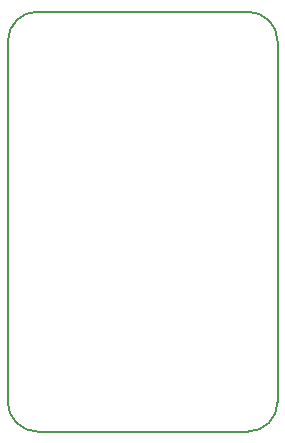
<source format=gbr>
G04 #@! TF.GenerationSoftware,KiCad,Pcbnew,(5.0.0)*
G04 #@! TF.CreationDate,2020-05-15T17:20:18+01:00*
G04 #@! TF.ProjectId,CH552-USB-Devboard,43483535322D5553422D446576626F61,rev?*
G04 #@! TF.SameCoordinates,Original*
G04 #@! TF.FileFunction,Profile,NP*
%FSLAX46Y46*%
G04 Gerber Fmt 4.6, Leading zero omitted, Abs format (unit mm)*
G04 Created by KiCad (PCBNEW (5.0.0)) date 05/15/20 17:20:18*
%MOMM*%
%LPD*%
G01*
G04 APERTURE LIST*
%ADD10C,0.150000*%
G04 APERTURE END LIST*
D10*
X96520000Y-99060000D02*
G75*
G02X93980000Y-101600000I-2540000J0D01*
G01*
X76200000Y-101600000D02*
G75*
G02X73660000Y-99060000I0J2540000D01*
G01*
X93980000Y-66040000D02*
G75*
G02X96520000Y-68580000I0J-2540000D01*
G01*
X73660000Y-68580000D02*
G75*
G02X76200000Y-66040000I2540000J0D01*
G01*
X93980000Y-101600000D02*
X76200000Y-101600000D01*
X96520000Y-68580000D02*
X96520000Y-99060000D01*
X76200000Y-66040000D02*
X93980000Y-66040000D01*
X73660000Y-99060000D02*
X73660000Y-68580000D01*
M02*

</source>
